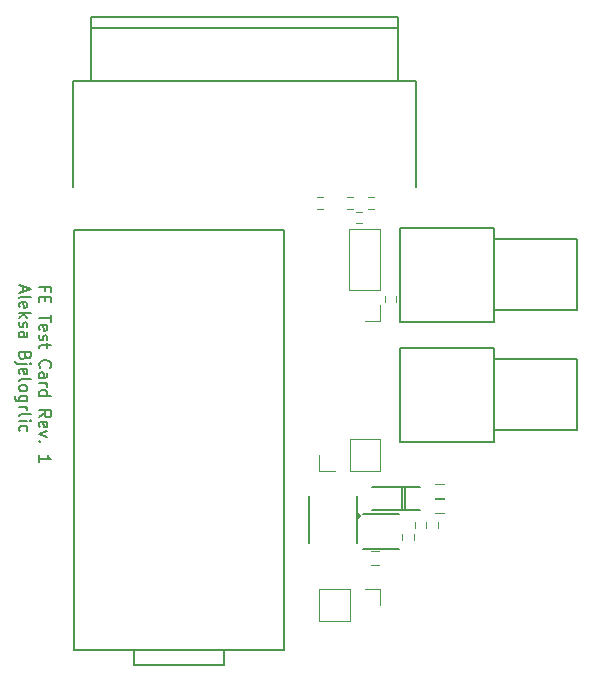
<source format=gto>
G04 #@! TF.FileFunction,Legend,Top*
%FSLAX46Y46*%
G04 Gerber Fmt 4.6, Leading zero omitted, Abs format (unit mm)*
G04 Created by KiCad (PCBNEW 4.0.7) date 06/10/18 20:05:32*
%MOMM*%
%LPD*%
G01*
G04 APERTURE LIST*
%ADD10C,0.100000*%
%ADD11C,0.200000*%
%ADD12C,0.150000*%
%ADD13C,0.120000*%
G04 APERTURE END LIST*
D10*
D11*
X113951429Y-85661429D02*
X113951429Y-85328095D01*
X113427619Y-85328095D02*
X114427619Y-85328095D01*
X114427619Y-85804286D01*
X113951429Y-86185238D02*
X113951429Y-86518572D01*
X113427619Y-86661429D02*
X113427619Y-86185238D01*
X114427619Y-86185238D01*
X114427619Y-86661429D01*
X114427619Y-87709048D02*
X114427619Y-88280477D01*
X113427619Y-87994762D02*
X114427619Y-87994762D01*
X113475238Y-88994763D02*
X113427619Y-88899525D01*
X113427619Y-88709048D01*
X113475238Y-88613810D01*
X113570476Y-88566191D01*
X113951429Y-88566191D01*
X114046667Y-88613810D01*
X114094286Y-88709048D01*
X114094286Y-88899525D01*
X114046667Y-88994763D01*
X113951429Y-89042382D01*
X113856190Y-89042382D01*
X113760952Y-88566191D01*
X113475238Y-89423334D02*
X113427619Y-89518572D01*
X113427619Y-89709048D01*
X113475238Y-89804287D01*
X113570476Y-89851906D01*
X113618095Y-89851906D01*
X113713333Y-89804287D01*
X113760952Y-89709048D01*
X113760952Y-89566191D01*
X113808571Y-89470953D01*
X113903810Y-89423334D01*
X113951429Y-89423334D01*
X114046667Y-89470953D01*
X114094286Y-89566191D01*
X114094286Y-89709048D01*
X114046667Y-89804287D01*
X114094286Y-90137620D02*
X114094286Y-90518572D01*
X114427619Y-90280477D02*
X113570476Y-90280477D01*
X113475238Y-90328096D01*
X113427619Y-90423334D01*
X113427619Y-90518572D01*
X113522857Y-92185240D02*
X113475238Y-92137621D01*
X113427619Y-91994764D01*
X113427619Y-91899526D01*
X113475238Y-91756668D01*
X113570476Y-91661430D01*
X113665714Y-91613811D01*
X113856190Y-91566192D01*
X113999048Y-91566192D01*
X114189524Y-91613811D01*
X114284762Y-91661430D01*
X114380000Y-91756668D01*
X114427619Y-91899526D01*
X114427619Y-91994764D01*
X114380000Y-92137621D01*
X114332381Y-92185240D01*
X113427619Y-93042383D02*
X113951429Y-93042383D01*
X114046667Y-92994764D01*
X114094286Y-92899526D01*
X114094286Y-92709049D01*
X114046667Y-92613811D01*
X113475238Y-93042383D02*
X113427619Y-92947145D01*
X113427619Y-92709049D01*
X113475238Y-92613811D01*
X113570476Y-92566192D01*
X113665714Y-92566192D01*
X113760952Y-92613811D01*
X113808571Y-92709049D01*
X113808571Y-92947145D01*
X113856190Y-93042383D01*
X113427619Y-93518573D02*
X114094286Y-93518573D01*
X113903810Y-93518573D02*
X113999048Y-93566192D01*
X114046667Y-93613811D01*
X114094286Y-93709049D01*
X114094286Y-93804288D01*
X113427619Y-94566193D02*
X114427619Y-94566193D01*
X113475238Y-94566193D02*
X113427619Y-94470955D01*
X113427619Y-94280478D01*
X113475238Y-94185240D01*
X113522857Y-94137621D01*
X113618095Y-94090002D01*
X113903810Y-94090002D01*
X113999048Y-94137621D01*
X114046667Y-94185240D01*
X114094286Y-94280478D01*
X114094286Y-94470955D01*
X114046667Y-94566193D01*
X113427619Y-96375717D02*
X113903810Y-96042383D01*
X113427619Y-95804288D02*
X114427619Y-95804288D01*
X114427619Y-96185241D01*
X114380000Y-96280479D01*
X114332381Y-96328098D01*
X114237143Y-96375717D01*
X114094286Y-96375717D01*
X113999048Y-96328098D01*
X113951429Y-96280479D01*
X113903810Y-96185241D01*
X113903810Y-95804288D01*
X113475238Y-97185241D02*
X113427619Y-97090003D01*
X113427619Y-96899526D01*
X113475238Y-96804288D01*
X113570476Y-96756669D01*
X113951429Y-96756669D01*
X114046667Y-96804288D01*
X114094286Y-96899526D01*
X114094286Y-97090003D01*
X114046667Y-97185241D01*
X113951429Y-97232860D01*
X113856190Y-97232860D01*
X113760952Y-96756669D01*
X114094286Y-97566193D02*
X113427619Y-97804288D01*
X114094286Y-98042384D01*
X113522857Y-98423336D02*
X113475238Y-98470955D01*
X113427619Y-98423336D01*
X113475238Y-98375717D01*
X113522857Y-98423336D01*
X113427619Y-98423336D01*
X113427619Y-100185241D02*
X113427619Y-99613812D01*
X113427619Y-99899526D02*
X114427619Y-99899526D01*
X114284762Y-99804288D01*
X114189524Y-99709050D01*
X114141905Y-99613812D01*
X112013333Y-85280476D02*
X112013333Y-85756667D01*
X111727619Y-85185238D02*
X112727619Y-85518571D01*
X111727619Y-85851905D01*
X111727619Y-86328095D02*
X111775238Y-86232857D01*
X111870476Y-86185238D01*
X112727619Y-86185238D01*
X111775238Y-87090001D02*
X111727619Y-86994763D01*
X111727619Y-86804286D01*
X111775238Y-86709048D01*
X111870476Y-86661429D01*
X112251429Y-86661429D01*
X112346667Y-86709048D01*
X112394286Y-86804286D01*
X112394286Y-86994763D01*
X112346667Y-87090001D01*
X112251429Y-87137620D01*
X112156190Y-87137620D01*
X112060952Y-86661429D01*
X111727619Y-87566191D02*
X112727619Y-87566191D01*
X112108571Y-87661429D02*
X111727619Y-87947144D01*
X112394286Y-87947144D02*
X112013333Y-87566191D01*
X111775238Y-88328096D02*
X111727619Y-88423334D01*
X111727619Y-88613810D01*
X111775238Y-88709049D01*
X111870476Y-88756668D01*
X111918095Y-88756668D01*
X112013333Y-88709049D01*
X112060952Y-88613810D01*
X112060952Y-88470953D01*
X112108571Y-88375715D01*
X112203810Y-88328096D01*
X112251429Y-88328096D01*
X112346667Y-88375715D01*
X112394286Y-88470953D01*
X112394286Y-88613810D01*
X112346667Y-88709049D01*
X111727619Y-89613811D02*
X112251429Y-89613811D01*
X112346667Y-89566192D01*
X112394286Y-89470954D01*
X112394286Y-89280477D01*
X112346667Y-89185239D01*
X111775238Y-89613811D02*
X111727619Y-89518573D01*
X111727619Y-89280477D01*
X111775238Y-89185239D01*
X111870476Y-89137620D01*
X111965714Y-89137620D01*
X112060952Y-89185239D01*
X112108571Y-89280477D01*
X112108571Y-89518573D01*
X112156190Y-89613811D01*
X112251429Y-91185240D02*
X112203810Y-91328097D01*
X112156190Y-91375716D01*
X112060952Y-91423335D01*
X111918095Y-91423335D01*
X111822857Y-91375716D01*
X111775238Y-91328097D01*
X111727619Y-91232859D01*
X111727619Y-90851906D01*
X112727619Y-90851906D01*
X112727619Y-91185240D01*
X112680000Y-91280478D01*
X112632381Y-91328097D01*
X112537143Y-91375716D01*
X112441905Y-91375716D01*
X112346667Y-91328097D01*
X112299048Y-91280478D01*
X112251429Y-91185240D01*
X112251429Y-90851906D01*
X112394286Y-91851906D02*
X111537143Y-91851906D01*
X111441905Y-91804287D01*
X111394286Y-91709049D01*
X111394286Y-91661430D01*
X112727619Y-91851906D02*
X112680000Y-91804287D01*
X112632381Y-91851906D01*
X112680000Y-91899525D01*
X112727619Y-91851906D01*
X112632381Y-91851906D01*
X111775238Y-92709049D02*
X111727619Y-92613811D01*
X111727619Y-92423334D01*
X111775238Y-92328096D01*
X111870476Y-92280477D01*
X112251429Y-92280477D01*
X112346667Y-92328096D01*
X112394286Y-92423334D01*
X112394286Y-92613811D01*
X112346667Y-92709049D01*
X112251429Y-92756668D01*
X112156190Y-92756668D01*
X112060952Y-92280477D01*
X111727619Y-93328096D02*
X111775238Y-93232858D01*
X111870476Y-93185239D01*
X112727619Y-93185239D01*
X111727619Y-93851906D02*
X111775238Y-93756668D01*
X111822857Y-93709049D01*
X111918095Y-93661430D01*
X112203810Y-93661430D01*
X112299048Y-93709049D01*
X112346667Y-93756668D01*
X112394286Y-93851906D01*
X112394286Y-93994764D01*
X112346667Y-94090002D01*
X112299048Y-94137621D01*
X112203810Y-94185240D01*
X111918095Y-94185240D01*
X111822857Y-94137621D01*
X111775238Y-94090002D01*
X111727619Y-93994764D01*
X111727619Y-93851906D01*
X112394286Y-95042383D02*
X111584762Y-95042383D01*
X111489524Y-94994764D01*
X111441905Y-94947145D01*
X111394286Y-94851906D01*
X111394286Y-94709049D01*
X111441905Y-94613811D01*
X111775238Y-95042383D02*
X111727619Y-94947145D01*
X111727619Y-94756668D01*
X111775238Y-94661430D01*
X111822857Y-94613811D01*
X111918095Y-94566192D01*
X112203810Y-94566192D01*
X112299048Y-94613811D01*
X112346667Y-94661430D01*
X112394286Y-94756668D01*
X112394286Y-94947145D01*
X112346667Y-95042383D01*
X111727619Y-95518573D02*
X112394286Y-95518573D01*
X112203810Y-95518573D02*
X112299048Y-95566192D01*
X112346667Y-95613811D01*
X112394286Y-95709049D01*
X112394286Y-95804288D01*
X111727619Y-96280478D02*
X111775238Y-96185240D01*
X111870476Y-96137621D01*
X112727619Y-96137621D01*
X111727619Y-96661431D02*
X112394286Y-96661431D01*
X112727619Y-96661431D02*
X112680000Y-96613812D01*
X112632381Y-96661431D01*
X112680000Y-96709050D01*
X112727619Y-96661431D01*
X112632381Y-96661431D01*
X111775238Y-97566193D02*
X111727619Y-97470955D01*
X111727619Y-97280478D01*
X111775238Y-97185240D01*
X111822857Y-97137621D01*
X111918095Y-97090002D01*
X112203810Y-97090002D01*
X112299048Y-97137621D01*
X112346667Y-97185240D01*
X112394286Y-97280478D01*
X112394286Y-97470955D01*
X112346667Y-97566193D01*
D12*
X140608421Y-104745000D02*
G75*
G03X140608421Y-104745000I-141421J0D01*
G01*
X143867000Y-104545000D02*
X140867000Y-104545000D01*
X142367000Y-107545000D02*
X140867000Y-107545000D01*
X142367000Y-107545000D02*
X143867000Y-107545000D01*
D13*
X140212000Y-79972000D02*
X140712000Y-79972000D01*
X140712000Y-79032000D02*
X140212000Y-79032000D01*
X142659000Y-86110000D02*
X142659000Y-86610000D01*
X143599000Y-86610000D02*
X143599000Y-86110000D01*
X142209000Y-108931000D02*
X141509000Y-108931000D01*
X141509000Y-107731000D02*
X142209000Y-107731000D01*
X146139000Y-105787000D02*
X146139000Y-105287000D01*
X145199000Y-105287000D02*
X145199000Y-105787000D01*
X147670000Y-104486000D02*
X146970000Y-104486000D01*
X146970000Y-103286000D02*
X147670000Y-103286000D01*
X147670000Y-103216000D02*
X146970000Y-103216000D01*
X146970000Y-102016000D02*
X147670000Y-102016000D01*
D12*
X144137000Y-104251000D02*
X144137000Y-102251000D01*
X144387000Y-104251000D02*
X144387000Y-102251000D01*
X144137000Y-102251000D02*
X143637000Y-102251000D01*
X145637000Y-102251000D02*
X141637000Y-102251000D01*
X145637000Y-104251000D02*
X141637000Y-104251000D01*
X117810000Y-67890000D02*
X143810000Y-67890000D01*
X117810000Y-62890000D02*
X117810000Y-67890000D01*
X143810000Y-62890000D02*
X143810000Y-67890000D01*
X116310000Y-68390000D02*
X116310000Y-67890000D01*
X145310000Y-68390000D02*
X145310000Y-67890000D01*
X117810000Y-63390000D02*
X143810000Y-63390000D01*
X143810000Y-67890000D02*
X145310000Y-67890000D01*
X145310000Y-68390000D02*
X145310000Y-76890000D01*
X116310000Y-76390000D02*
X116310000Y-76890000D01*
X117810000Y-67890000D02*
X116310000Y-67890000D01*
X116310000Y-68390000D02*
X116310000Y-76390000D01*
X117810000Y-62890000D02*
X117810000Y-62490000D01*
X117810000Y-62490000D02*
X143810000Y-62490000D01*
X143810000Y-62890000D02*
X143810000Y-62490000D01*
X151955000Y-91488000D02*
X158955000Y-91488000D01*
X158955000Y-91488000D02*
X158955000Y-97488000D01*
X158955000Y-97488000D02*
X151955000Y-97488000D01*
X143955000Y-94488000D02*
X143955000Y-98488000D01*
X143955000Y-98488000D02*
X151955000Y-98488000D01*
X151955000Y-98488000D02*
X151955000Y-90488000D01*
X151955000Y-90488000D02*
X143955000Y-90488000D01*
X143955000Y-90488000D02*
X143955000Y-94488000D01*
X151955000Y-81328000D02*
X158955000Y-81328000D01*
X158955000Y-81328000D02*
X158955000Y-87328000D01*
X158955000Y-87328000D02*
X151955000Y-87328000D01*
X143955000Y-84328000D02*
X143955000Y-88328000D01*
X143955000Y-88328000D02*
X151955000Y-88328000D01*
X151955000Y-88328000D02*
X151955000Y-80328000D01*
X151955000Y-80328000D02*
X143955000Y-80328000D01*
X143955000Y-80328000D02*
X143955000Y-84328000D01*
D13*
X142300000Y-80458000D02*
X139640000Y-80458000D01*
X142300000Y-85598000D02*
X142300000Y-80458000D01*
X139640000Y-85598000D02*
X139640000Y-80458000D01*
X142300000Y-85598000D02*
X139640000Y-85598000D01*
X142300000Y-86868000D02*
X142300000Y-88198000D01*
X142300000Y-88198000D02*
X140970000Y-88198000D01*
X137100000Y-110938000D02*
X137100000Y-113598000D01*
X139700000Y-110938000D02*
X137100000Y-110938000D01*
X139700000Y-113598000D02*
X137100000Y-113598000D01*
X139700000Y-110938000D02*
X139700000Y-113598000D01*
X140970000Y-110938000D02*
X142300000Y-110938000D01*
X142300000Y-110938000D02*
X142300000Y-112268000D01*
X142300000Y-100898000D02*
X142300000Y-98238000D01*
X139700000Y-100898000D02*
X142300000Y-100898000D01*
X139700000Y-98238000D02*
X142300000Y-98238000D01*
X139700000Y-100898000D02*
X139700000Y-98238000D01*
X138430000Y-100898000D02*
X137100000Y-100898000D01*
X137100000Y-100898000D02*
X137100000Y-99568000D01*
D12*
X140303000Y-107029000D02*
X140303000Y-103029000D01*
X136303000Y-107029000D02*
X136303000Y-103029000D01*
D13*
X141228000Y-78762000D02*
X141728000Y-78762000D01*
X141728000Y-77702000D02*
X141228000Y-77702000D01*
X137460800Y-77702000D02*
X136960800Y-77702000D01*
X136960800Y-78762000D02*
X137460800Y-78762000D01*
X139450000Y-78762000D02*
X139950000Y-78762000D01*
X139950000Y-77702000D02*
X139450000Y-77702000D01*
X147215000Y-105787000D02*
X147215000Y-105287000D01*
X146155000Y-105287000D02*
X146155000Y-105787000D01*
X144123000Y-106303000D02*
X144123000Y-106803000D01*
X145183000Y-106803000D02*
X145183000Y-106303000D01*
D12*
X129032000Y-116078000D02*
X129032000Y-117348000D01*
X129032000Y-117348000D02*
X121412000Y-117348000D01*
X121412000Y-117348000D02*
X121412000Y-116078000D01*
X116332000Y-116078000D02*
X116332000Y-80518000D01*
X116332000Y-80518000D02*
X134112000Y-80518000D01*
X134112000Y-80518000D02*
X134112000Y-116078000D01*
X134112000Y-116078000D02*
X116332000Y-116078000D01*
M02*

</source>
